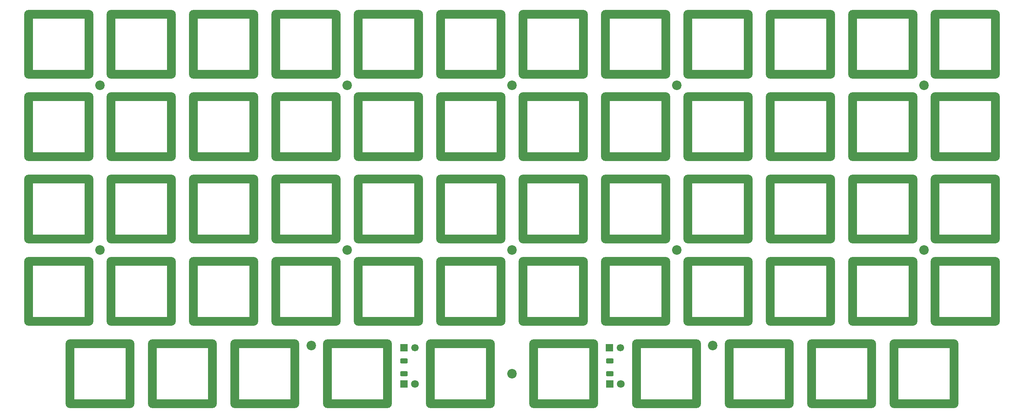
<source format=gbr>
%TF.GenerationSoftware,KiCad,Pcbnew,9.0.1*%
%TF.CreationDate,2025-05-11T16:27:20+09:00*%
%TF.ProjectId,Switch_plate,53776974-6368-45f7-906c-6174652e6b69,rev?*%
%TF.SameCoordinates,Original*%
%TF.FileFunction,Soldermask,Top*%
%TF.FilePolarity,Negative*%
%FSLAX46Y46*%
G04 Gerber Fmt 4.6, Leading zero omitted, Abs format (unit mm)*
G04 Created by KiCad (PCBNEW 9.0.1) date 2025-05-11 16:27:20*
%MOMM*%
%LPD*%
G01*
G04 APERTURE LIST*
G04 Aperture macros list*
%AMRoundRect*
0 Rectangle with rounded corners*
0 $1 Rounding radius*
0 $2 $3 $4 $5 $6 $7 $8 $9 X,Y pos of 4 corners*
0 Add a 4 corners polygon primitive as box body*
4,1,4,$2,$3,$4,$5,$6,$7,$8,$9,$2,$3,0*
0 Add four circle primitives for the rounded corners*
1,1,$1+$1,$2,$3*
1,1,$1+$1,$4,$5*
1,1,$1+$1,$6,$7*
1,1,$1+$1,$8,$9*
0 Add four rect primitives between the rounded corners*
20,1,$1+$1,$2,$3,$4,$5,0*
20,1,$1+$1,$4,$5,$6,$7,0*
20,1,$1+$1,$6,$7,$8,$9,0*
20,1,$1+$1,$8,$9,$2,$3,0*%
G04 Aperture macros list end*
%ADD10O,2.000000X15.900000*%
%ADD11O,15.900000X2.000000*%
%ADD12C,2.200000*%
%ADD13RoundRect,0.250000X-0.625000X0.312500X-0.625000X-0.312500X0.625000X-0.312500X0.625000X0.312500X0*%
%ADD14R,1.700000X1.700000*%
%ADD15C,1.700000*%
%ADD16R,1.800000X1.800000*%
%ADD17C,1.800000*%
G04 APERTURE END LIST*
D10*
%TO.C,SW51*%
X221650000Y-90487500D03*
D11*
X228600000Y-83537500D03*
X228600000Y-97437500D03*
D10*
X235550000Y-90487500D03*
%TD*%
%TO.C,SW56*%
X240700000Y-90487500D03*
D11*
X247650000Y-83537500D03*
X247650000Y-97437500D03*
D10*
X254600000Y-90487500D03*
%TD*%
%TO.C,SW35*%
X164500000Y-71437500D03*
D11*
X171450000Y-64487500D03*
X171450000Y-78387500D03*
D10*
X178400000Y-71437500D03*
%TD*%
D12*
%TO.C,Ref\u002A\u002A*%
X142875000Y-119062500D03*
%TD*%
D10*
%TO.C,SW33*%
X145450000Y-128587500D03*
D11*
X152400000Y-121637500D03*
X152400000Y-135537500D03*
D10*
X159350000Y-128587500D03*
%TD*%
%TO.C,SW48*%
X202600000Y-128587500D03*
D11*
X209550000Y-121637500D03*
X209550000Y-135537500D03*
D10*
X216500000Y-128587500D03*
%TD*%
D12*
%TO.C,Ref\u002A\u002A*%
X47625000Y-119062500D03*
%TD*%
D10*
%TO.C,SW23*%
X107350000Y-128587500D03*
D11*
X114300000Y-121637500D03*
X114300000Y-135537500D03*
D10*
X121250000Y-128587500D03*
%TD*%
%TO.C,SW32*%
X145450000Y-109537500D03*
D11*
X152400000Y-102587500D03*
X152400000Y-116487500D03*
D10*
X159350000Y-109537500D03*
%TD*%
%TO.C,SW49*%
X212125000Y-147637500D03*
D11*
X219075000Y-140687500D03*
X219075000Y-154587500D03*
D10*
X226025000Y-147637500D03*
%TD*%
%TO.C,SW40*%
X183550000Y-71437500D03*
D11*
X190500000Y-64487500D03*
X190500000Y-78387500D03*
D10*
X197450000Y-71437500D03*
%TD*%
%TO.C,SW47*%
X202600000Y-109537500D03*
D11*
X209550000Y-102587500D03*
X209550000Y-116487500D03*
D10*
X216500000Y-109537500D03*
%TD*%
%TO.C,SW18*%
X88300000Y-128587500D03*
D11*
X95250000Y-121637500D03*
X95250000Y-135537500D03*
D10*
X102200000Y-128587500D03*
%TD*%
%TO.C,SW53*%
X221650000Y-128587500D03*
D11*
X228600000Y-121637500D03*
X228600000Y-135537500D03*
D10*
X235550000Y-128587500D03*
%TD*%
%TO.C,SW19*%
X78775000Y-147637500D03*
D11*
X85725000Y-140687500D03*
X85725000Y-154587500D03*
D10*
X92675000Y-147637500D03*
%TD*%
%TO.C,SW7*%
X50200000Y-109537500D03*
D11*
X57150000Y-102587500D03*
X57150000Y-116487500D03*
D10*
X64100000Y-109537500D03*
%TD*%
%TO.C,SW9*%
X40675000Y-147637500D03*
D11*
X47625000Y-140687500D03*
X47625000Y-154587500D03*
D10*
X54575000Y-147637500D03*
%TD*%
%TO.C,SW14*%
X59725000Y-147637500D03*
D11*
X66675000Y-140687500D03*
X66675000Y-154587500D03*
D10*
X73625000Y-147637500D03*
%TD*%
%TO.C,SW42*%
X183550000Y-109537500D03*
D11*
X190500000Y-102587500D03*
X190500000Y-116487500D03*
D10*
X197450000Y-109537500D03*
%TD*%
%TO.C,SW52*%
X221650000Y-109537500D03*
D11*
X228600000Y-102587500D03*
X228600000Y-116487500D03*
D10*
X235550000Y-109537500D03*
%TD*%
%TO.C,SW44*%
X193075000Y-147637500D03*
D11*
X200025000Y-140687500D03*
X200025000Y-154587500D03*
D10*
X206975000Y-147637500D03*
%TD*%
%TO.C,SW21*%
X107350000Y-90487500D03*
D11*
X114300000Y-83537500D03*
X114300000Y-97437500D03*
D10*
X121250000Y-90487500D03*
%TD*%
%TO.C,SW24*%
X100206300Y-147637500D03*
D11*
X107156300Y-140687500D03*
X107156300Y-154587500D03*
D10*
X114106300Y-147637500D03*
%TD*%
%TO.C,SW12*%
X69250000Y-109537500D03*
D11*
X76200000Y-102587500D03*
X76200000Y-116487500D03*
D10*
X83150000Y-109537500D03*
%TD*%
%TO.C,SW10*%
X69250000Y-71437500D03*
D11*
X76200000Y-64487500D03*
X76200000Y-78387500D03*
D10*
X83150000Y-71437500D03*
%TD*%
%TO.C,SW37*%
X164500000Y-109537500D03*
D11*
X171450000Y-102587500D03*
X171450000Y-116487500D03*
D10*
X178400000Y-109537500D03*
%TD*%
%TO.C,SW25*%
X126400000Y-71437500D03*
D11*
X133350000Y-64487500D03*
X133350000Y-78387500D03*
D10*
X140300000Y-71437500D03*
%TD*%
D13*
%TO.C,R2*%
X165497014Y-144712624D03*
X165497014Y-147637624D03*
%TD*%
D10*
%TO.C,SW38*%
X164500000Y-128587500D03*
D11*
X171450000Y-121637500D03*
X171450000Y-135537500D03*
D10*
X178400000Y-128587500D03*
%TD*%
%TO.C,SW11*%
X69250000Y-90487500D03*
D11*
X76200000Y-83537500D03*
X76200000Y-97437500D03*
D10*
X83150000Y-90487500D03*
%TD*%
%TO.C,SW58*%
X240700000Y-128587500D03*
D11*
X247650000Y-121637500D03*
X247650000Y-135537500D03*
D10*
X254600000Y-128587500D03*
%TD*%
D13*
%TO.C,R1*%
X117871974Y-144712624D03*
X117871974Y-147637624D03*
%TD*%
D14*
%TO.C,P1*%
X117871974Y-141659494D03*
D15*
X120411974Y-141659494D03*
%TD*%
D10*
%TO.C,SW55*%
X240700000Y-71437500D03*
D11*
X247650000Y-64487500D03*
X247650000Y-78387500D03*
D10*
X254600000Y-71437500D03*
%TD*%
D12*
%TO.C,Ref\u002A\u002A*%
X96440706Y-141089181D03*
%TD*%
D14*
%TO.C,P1*%
X165437640Y-141659494D03*
D15*
X167977640Y-141659494D03*
%TD*%
D10*
%TO.C,SW39*%
X171643800Y-147637500D03*
D11*
X178593800Y-140687500D03*
X178593800Y-154587500D03*
D10*
X185543800Y-147637500D03*
%TD*%
D16*
%TO.C,L1*%
X117871974Y-150018876D03*
D17*
X120411974Y-150018876D03*
%TD*%
D12*
%TO.C,Ref\u002A\u002A*%
X142875000Y-147637500D03*
%TD*%
D10*
%TO.C,SW13*%
X69250000Y-128587500D03*
D11*
X76200000Y-121637500D03*
X76200000Y-135537500D03*
D10*
X83150000Y-128587500D03*
%TD*%
%TO.C,SW29*%
X124018800Y-147637500D03*
D11*
X130968800Y-140687500D03*
X130968800Y-154587500D03*
D10*
X137918800Y-147637500D03*
%TD*%
%TO.C,SW54*%
X231175000Y-147637500D03*
D11*
X238125000Y-140687500D03*
X238125000Y-154587500D03*
D10*
X245075000Y-147637500D03*
%TD*%
%TO.C,SW57*%
X240700000Y-109537500D03*
D11*
X247650000Y-102587500D03*
X247650000Y-116487500D03*
D10*
X254600000Y-109537500D03*
%TD*%
%TO.C,SW22*%
X107350000Y-109537500D03*
D11*
X114300000Y-102587500D03*
X114300000Y-116487500D03*
D10*
X121250000Y-109537500D03*
%TD*%
D12*
%TO.C,Ref\u002A\u002A*%
X104775000Y-119062500D03*
%TD*%
%TO.C,Ref\u002A\u002A*%
X238125000Y-119062500D03*
%TD*%
D10*
%TO.C,SW46*%
X202600000Y-90487500D03*
D11*
X209550000Y-83537500D03*
X209550000Y-97437500D03*
D10*
X216500000Y-90487500D03*
%TD*%
%TO.C,SW5*%
X50200000Y-71437500D03*
D11*
X57150000Y-64487500D03*
X57150000Y-78387500D03*
D10*
X64100000Y-71437500D03*
%TD*%
%TO.C,SW31*%
X145450000Y-90487500D03*
D11*
X152400000Y-83537500D03*
X152400000Y-97437500D03*
D10*
X159350000Y-90487500D03*
%TD*%
%TO.C,SW17*%
X88300000Y-109537500D03*
D11*
X95250000Y-102587500D03*
X95250000Y-116487500D03*
D10*
X102200000Y-109537500D03*
%TD*%
%TO.C,SW2*%
X31150000Y-90487500D03*
D11*
X38100000Y-83537500D03*
X38100000Y-97437500D03*
D10*
X45050000Y-90487500D03*
%TD*%
%TO.C,SW16*%
X88300000Y-90487500D03*
D11*
X95250000Y-83537500D03*
X95250000Y-97437500D03*
D10*
X102200000Y-90487500D03*
%TD*%
%TO.C,SW3*%
X31150000Y-109537500D03*
D11*
X38100000Y-102587500D03*
X38100000Y-116487500D03*
D10*
X45050000Y-109537500D03*
%TD*%
D12*
%TO.C,Ref\u002A\u002A*%
X104775000Y-80962500D03*
%TD*%
D10*
%TO.C,SW36*%
X164500000Y-90487500D03*
D11*
X171450000Y-83537500D03*
X171450000Y-97437500D03*
D10*
X178400000Y-90487500D03*
%TD*%
%TO.C,SW1*%
X31150000Y-71437500D03*
D11*
X38100000Y-64487500D03*
X38100000Y-78387500D03*
D10*
X45050000Y-71437500D03*
%TD*%
D12*
%TO.C,Ref\u002A\u002A*%
X180975000Y-80962500D03*
%TD*%
D10*
%TO.C,SW26*%
X126400000Y-90487500D03*
D11*
X133350000Y-83537500D03*
X133350000Y-97437500D03*
D10*
X140300000Y-90487500D03*
%TD*%
%TO.C,SW28*%
X126400000Y-128587500D03*
D11*
X133350000Y-121637500D03*
X133350000Y-135537500D03*
D10*
X140300000Y-128587500D03*
%TD*%
%TO.C,SW15*%
X88300000Y-71437500D03*
D11*
X95250000Y-64487500D03*
X95250000Y-78387500D03*
D10*
X102200000Y-71437500D03*
%TD*%
%TO.C,SW45*%
X202600000Y-71437500D03*
D11*
X209550000Y-64487500D03*
X209550000Y-78387500D03*
D10*
X216500000Y-71437500D03*
%TD*%
%TO.C,SW30*%
X145450000Y-71437500D03*
D11*
X152400000Y-64487500D03*
X152400000Y-78387500D03*
D10*
X159350000Y-71437500D03*
%TD*%
D12*
%TO.C,Ref\u002A\u002A*%
X180975000Y-119062500D03*
%TD*%
D10*
%TO.C,SW50*%
X221650000Y-71437500D03*
D11*
X228600000Y-64487500D03*
X228600000Y-78387500D03*
D10*
X235550000Y-71437500D03*
%TD*%
%TO.C,SW41*%
X183550000Y-90487500D03*
D11*
X190500000Y-83537500D03*
X190500000Y-97437500D03*
D10*
X197450000Y-90487500D03*
%TD*%
%TO.C,SW8*%
X50200000Y-128587500D03*
D11*
X57150000Y-121637500D03*
X57150000Y-135537500D03*
D10*
X64100000Y-128587500D03*
%TD*%
%TO.C,SW20*%
X107350000Y-71437500D03*
D11*
X114300000Y-64487500D03*
X114300000Y-78387500D03*
D10*
X121250000Y-71437500D03*
%TD*%
D12*
%TO.C,Ref\u002A\u002A*%
X142875000Y-80962500D03*
%TD*%
D10*
%TO.C,SW34*%
X147831300Y-147637500D03*
D11*
X154781300Y-140687500D03*
X154781300Y-154587500D03*
D10*
X161731300Y-147637500D03*
%TD*%
%TO.C,SW43*%
X183550000Y-128587500D03*
D11*
X190500000Y-121637500D03*
X190500000Y-135537500D03*
D10*
X197450000Y-128587500D03*
%TD*%
%TO.C,SW6*%
X50200000Y-90487500D03*
D11*
X57150000Y-83537500D03*
X57150000Y-97437500D03*
D10*
X64100000Y-90487500D03*
%TD*%
D12*
%TO.C,Ref\u002A\u002A*%
X238125000Y-80962500D03*
%TD*%
%TO.C,Ref\u002A\u002A*%
X47625000Y-80962500D03*
%TD*%
%TO.C,Ref\u002A\u002A*%
X189309534Y-141089181D03*
%TD*%
D10*
%TO.C,SW4*%
X31150000Y-128587500D03*
D11*
X38100000Y-121637500D03*
X38100000Y-135537500D03*
D10*
X45050000Y-128587500D03*
%TD*%
D16*
%TO.C,L2*%
X165497014Y-150018876D03*
D17*
X168037014Y-150018876D03*
%TD*%
D10*
%TO.C,SW27*%
X126400000Y-109537500D03*
D11*
X133350000Y-102587500D03*
X133350000Y-116487500D03*
D10*
X140300000Y-109537500D03*
%TD*%
M02*

</source>
